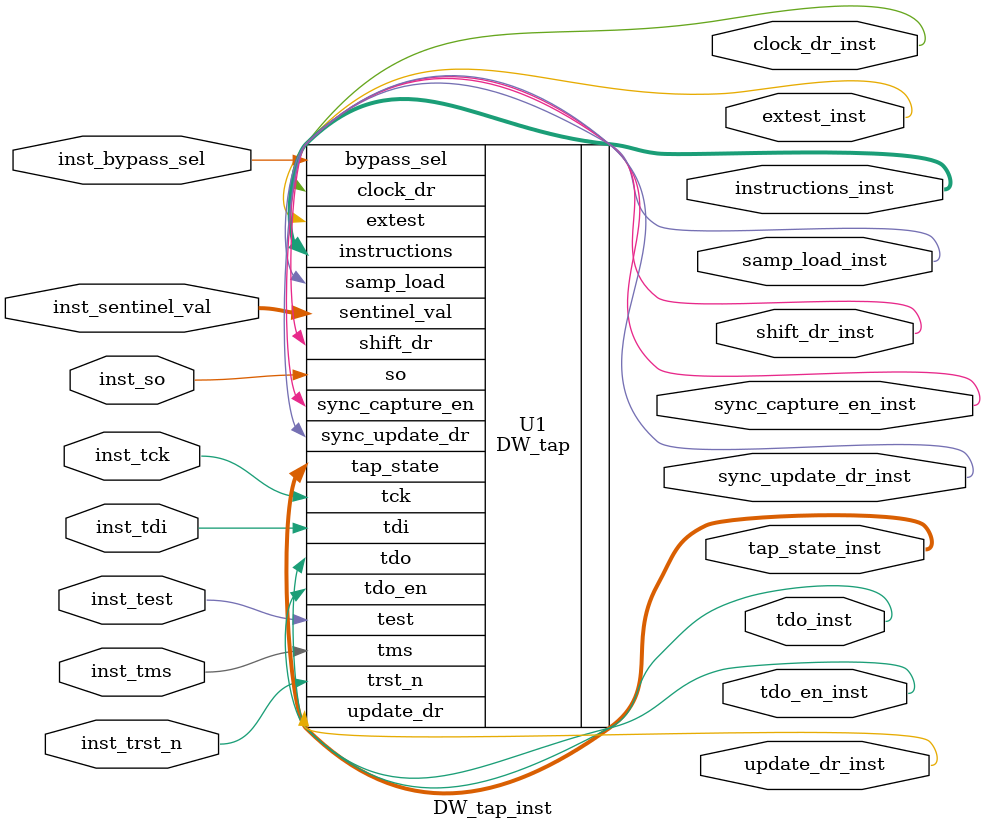
<source format=v>
module DW_tap_inst( inst_tck,
                    inst_trst_n,
                    inst_tms,
                    inst_tdi,
                    inst_so,
                    
    		    inst_bypass_sel,
                    inst_sentinel_val,
                    clock_dr_inst,
                    shift_dr_inst,
                    update_dr_inst,
                    
    		    tdo_inst,
                    tdo_en_inst,
                    tap_state_inst,
                    extest_inst,
                    samp_load_inst,
                    
    		    instructions_inst,
                    sync_capture_en_inst,
                    sync_update_dr_inst,
                    inst_test );

parameter width = 8;
parameter id = 0;
parameter version = 0;
parameter part = 0;
parameter man_num = 0;
parameter sync_mode = 0;
parameter tst_mode = 1;


input inst_tck;
input inst_trst_n;
input inst_tms;
input inst_tdi;
input inst_so;
input inst_bypass_sel;
input [width-2 : 0] inst_sentinel_val;
output clock_dr_inst;
output shift_dr_inst;
output update_dr_inst;
output tdo_inst;
output tdo_en_inst;
output [15 : 0] tap_state_inst;
output extest_inst;
output samp_load_inst;
output [width-1 : 0] instructions_inst;
output sync_capture_en_inst;
output sync_update_dr_inst;
input inst_test;

    // Instance of DW_tap
    DW_tap #(width,
             id,
             version,
             part,
             man_num,
             sync_mode,
	     tst_mode)
	  U1 (  .tck(inst_tck),
                .trst_n(inst_trst_n),
                .tms(inst_tms),
                .tdi(inst_tdi),
                .so(inst_so),
                .bypass_sel(inst_bypass_sel),
                .sentinel_val(inst_sentinel_val),
                .clock_dr(clock_dr_inst),
                .shift_dr(shift_dr_inst),
                .update_dr(update_dr_inst),
                .tdo(tdo_inst),
                .tdo_en(tdo_en_inst),
                .tap_state(tap_state_inst),
                .extest(extest_inst),
                .samp_load(samp_load_inst),
                .instructions(instructions_inst),
                .sync_capture_en(sync_capture_en_inst),
                .sync_update_dr(sync_update_dr_inst),
                .test(inst_test) );

endmodule

</source>
